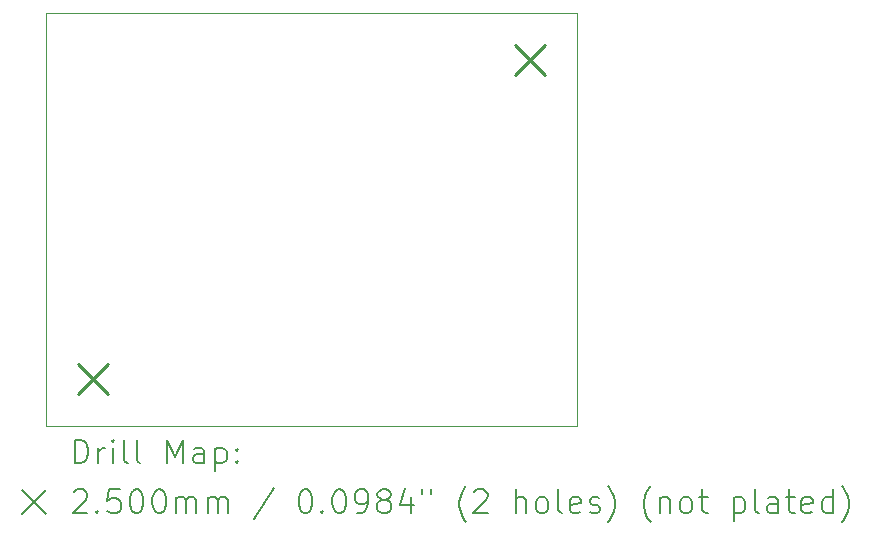
<source format=gbr>
%TF.GenerationSoftware,KiCad,Pcbnew,7.0.1*%
%TF.CreationDate,2023-04-10T15:17:27+02:00*%
%TF.ProjectId,LightingNodeProV2,4c696768-7469-46e6-974e-6f646550726f,rev?*%
%TF.SameCoordinates,Original*%
%TF.FileFunction,Drillmap*%
%TF.FilePolarity,Positive*%
%FSLAX45Y45*%
G04 Gerber Fmt 4.5, Leading zero omitted, Abs format (unit mm)*
G04 Created by KiCad (PCBNEW 7.0.1) date 2023-04-10 15:17:27*
%MOMM*%
%LPD*%
G01*
G04 APERTURE LIST*
%ADD10C,0.050000*%
%ADD11C,0.200000*%
%ADD12C,0.250000*%
G04 APERTURE END LIST*
D10*
X16692000Y-11068000D02*
X16692000Y-7568000D01*
X16692000Y-11068000D02*
X12192000Y-11068000D01*
X16692000Y-7568000D02*
X12192000Y-7568000D01*
X12192000Y-11068000D02*
X12192000Y-7568000D01*
D11*
D12*
X12467000Y-10543000D02*
X12717000Y-10793000D01*
X12717000Y-10543000D02*
X12467000Y-10793000D01*
X16167000Y-7843000D02*
X16417000Y-8093000D01*
X16417000Y-7843000D02*
X16167000Y-8093000D01*
D11*
X12437119Y-11383024D02*
X12437119Y-11183024D01*
X12437119Y-11183024D02*
X12484738Y-11183024D01*
X12484738Y-11183024D02*
X12513309Y-11192548D01*
X12513309Y-11192548D02*
X12532357Y-11211595D01*
X12532357Y-11211595D02*
X12541881Y-11230643D01*
X12541881Y-11230643D02*
X12551405Y-11268738D01*
X12551405Y-11268738D02*
X12551405Y-11297309D01*
X12551405Y-11297309D02*
X12541881Y-11335405D01*
X12541881Y-11335405D02*
X12532357Y-11354452D01*
X12532357Y-11354452D02*
X12513309Y-11373500D01*
X12513309Y-11373500D02*
X12484738Y-11383024D01*
X12484738Y-11383024D02*
X12437119Y-11383024D01*
X12637119Y-11383024D02*
X12637119Y-11249690D01*
X12637119Y-11287786D02*
X12646643Y-11268738D01*
X12646643Y-11268738D02*
X12656167Y-11259214D01*
X12656167Y-11259214D02*
X12675214Y-11249690D01*
X12675214Y-11249690D02*
X12694262Y-11249690D01*
X12760928Y-11383024D02*
X12760928Y-11249690D01*
X12760928Y-11183024D02*
X12751405Y-11192548D01*
X12751405Y-11192548D02*
X12760928Y-11202071D01*
X12760928Y-11202071D02*
X12770452Y-11192548D01*
X12770452Y-11192548D02*
X12760928Y-11183024D01*
X12760928Y-11183024D02*
X12760928Y-11202071D01*
X12884738Y-11383024D02*
X12865690Y-11373500D01*
X12865690Y-11373500D02*
X12856167Y-11354452D01*
X12856167Y-11354452D02*
X12856167Y-11183024D01*
X12989500Y-11383024D02*
X12970452Y-11373500D01*
X12970452Y-11373500D02*
X12960928Y-11354452D01*
X12960928Y-11354452D02*
X12960928Y-11183024D01*
X13218071Y-11383024D02*
X13218071Y-11183024D01*
X13218071Y-11183024D02*
X13284738Y-11325881D01*
X13284738Y-11325881D02*
X13351405Y-11183024D01*
X13351405Y-11183024D02*
X13351405Y-11383024D01*
X13532357Y-11383024D02*
X13532357Y-11278262D01*
X13532357Y-11278262D02*
X13522833Y-11259214D01*
X13522833Y-11259214D02*
X13503786Y-11249690D01*
X13503786Y-11249690D02*
X13465690Y-11249690D01*
X13465690Y-11249690D02*
X13446643Y-11259214D01*
X13532357Y-11373500D02*
X13513309Y-11383024D01*
X13513309Y-11383024D02*
X13465690Y-11383024D01*
X13465690Y-11383024D02*
X13446643Y-11373500D01*
X13446643Y-11373500D02*
X13437119Y-11354452D01*
X13437119Y-11354452D02*
X13437119Y-11335405D01*
X13437119Y-11335405D02*
X13446643Y-11316357D01*
X13446643Y-11316357D02*
X13465690Y-11306833D01*
X13465690Y-11306833D02*
X13513309Y-11306833D01*
X13513309Y-11306833D02*
X13532357Y-11297309D01*
X13627595Y-11249690D02*
X13627595Y-11449690D01*
X13627595Y-11259214D02*
X13646643Y-11249690D01*
X13646643Y-11249690D02*
X13684738Y-11249690D01*
X13684738Y-11249690D02*
X13703786Y-11259214D01*
X13703786Y-11259214D02*
X13713309Y-11268738D01*
X13713309Y-11268738D02*
X13722833Y-11287786D01*
X13722833Y-11287786D02*
X13722833Y-11344928D01*
X13722833Y-11344928D02*
X13713309Y-11363976D01*
X13713309Y-11363976D02*
X13703786Y-11373500D01*
X13703786Y-11373500D02*
X13684738Y-11383024D01*
X13684738Y-11383024D02*
X13646643Y-11383024D01*
X13646643Y-11383024D02*
X13627595Y-11373500D01*
X13808548Y-11363976D02*
X13818071Y-11373500D01*
X13818071Y-11373500D02*
X13808548Y-11383024D01*
X13808548Y-11383024D02*
X13799024Y-11373500D01*
X13799024Y-11373500D02*
X13808548Y-11363976D01*
X13808548Y-11363976D02*
X13808548Y-11383024D01*
X13808548Y-11259214D02*
X13818071Y-11268738D01*
X13818071Y-11268738D02*
X13808548Y-11278262D01*
X13808548Y-11278262D02*
X13799024Y-11268738D01*
X13799024Y-11268738D02*
X13808548Y-11259214D01*
X13808548Y-11259214D02*
X13808548Y-11278262D01*
X11989500Y-11610500D02*
X12189500Y-11810500D01*
X12189500Y-11610500D02*
X11989500Y-11810500D01*
X12427595Y-11622071D02*
X12437119Y-11612548D01*
X12437119Y-11612548D02*
X12456167Y-11603024D01*
X12456167Y-11603024D02*
X12503786Y-11603024D01*
X12503786Y-11603024D02*
X12522833Y-11612548D01*
X12522833Y-11612548D02*
X12532357Y-11622071D01*
X12532357Y-11622071D02*
X12541881Y-11641119D01*
X12541881Y-11641119D02*
X12541881Y-11660167D01*
X12541881Y-11660167D02*
X12532357Y-11688738D01*
X12532357Y-11688738D02*
X12418071Y-11803024D01*
X12418071Y-11803024D02*
X12541881Y-11803024D01*
X12627595Y-11783976D02*
X12637119Y-11793500D01*
X12637119Y-11793500D02*
X12627595Y-11803024D01*
X12627595Y-11803024D02*
X12618071Y-11793500D01*
X12618071Y-11793500D02*
X12627595Y-11783976D01*
X12627595Y-11783976D02*
X12627595Y-11803024D01*
X12818071Y-11603024D02*
X12722833Y-11603024D01*
X12722833Y-11603024D02*
X12713309Y-11698262D01*
X12713309Y-11698262D02*
X12722833Y-11688738D01*
X12722833Y-11688738D02*
X12741881Y-11679214D01*
X12741881Y-11679214D02*
X12789500Y-11679214D01*
X12789500Y-11679214D02*
X12808548Y-11688738D01*
X12808548Y-11688738D02*
X12818071Y-11698262D01*
X12818071Y-11698262D02*
X12827595Y-11717309D01*
X12827595Y-11717309D02*
X12827595Y-11764928D01*
X12827595Y-11764928D02*
X12818071Y-11783976D01*
X12818071Y-11783976D02*
X12808548Y-11793500D01*
X12808548Y-11793500D02*
X12789500Y-11803024D01*
X12789500Y-11803024D02*
X12741881Y-11803024D01*
X12741881Y-11803024D02*
X12722833Y-11793500D01*
X12722833Y-11793500D02*
X12713309Y-11783976D01*
X12951405Y-11603024D02*
X12970452Y-11603024D01*
X12970452Y-11603024D02*
X12989500Y-11612548D01*
X12989500Y-11612548D02*
X12999024Y-11622071D01*
X12999024Y-11622071D02*
X13008548Y-11641119D01*
X13008548Y-11641119D02*
X13018071Y-11679214D01*
X13018071Y-11679214D02*
X13018071Y-11726833D01*
X13018071Y-11726833D02*
X13008548Y-11764928D01*
X13008548Y-11764928D02*
X12999024Y-11783976D01*
X12999024Y-11783976D02*
X12989500Y-11793500D01*
X12989500Y-11793500D02*
X12970452Y-11803024D01*
X12970452Y-11803024D02*
X12951405Y-11803024D01*
X12951405Y-11803024D02*
X12932357Y-11793500D01*
X12932357Y-11793500D02*
X12922833Y-11783976D01*
X12922833Y-11783976D02*
X12913309Y-11764928D01*
X12913309Y-11764928D02*
X12903786Y-11726833D01*
X12903786Y-11726833D02*
X12903786Y-11679214D01*
X12903786Y-11679214D02*
X12913309Y-11641119D01*
X12913309Y-11641119D02*
X12922833Y-11622071D01*
X12922833Y-11622071D02*
X12932357Y-11612548D01*
X12932357Y-11612548D02*
X12951405Y-11603024D01*
X13141881Y-11603024D02*
X13160929Y-11603024D01*
X13160929Y-11603024D02*
X13179976Y-11612548D01*
X13179976Y-11612548D02*
X13189500Y-11622071D01*
X13189500Y-11622071D02*
X13199024Y-11641119D01*
X13199024Y-11641119D02*
X13208548Y-11679214D01*
X13208548Y-11679214D02*
X13208548Y-11726833D01*
X13208548Y-11726833D02*
X13199024Y-11764928D01*
X13199024Y-11764928D02*
X13189500Y-11783976D01*
X13189500Y-11783976D02*
X13179976Y-11793500D01*
X13179976Y-11793500D02*
X13160929Y-11803024D01*
X13160929Y-11803024D02*
X13141881Y-11803024D01*
X13141881Y-11803024D02*
X13122833Y-11793500D01*
X13122833Y-11793500D02*
X13113309Y-11783976D01*
X13113309Y-11783976D02*
X13103786Y-11764928D01*
X13103786Y-11764928D02*
X13094262Y-11726833D01*
X13094262Y-11726833D02*
X13094262Y-11679214D01*
X13094262Y-11679214D02*
X13103786Y-11641119D01*
X13103786Y-11641119D02*
X13113309Y-11622071D01*
X13113309Y-11622071D02*
X13122833Y-11612548D01*
X13122833Y-11612548D02*
X13141881Y-11603024D01*
X13294262Y-11803024D02*
X13294262Y-11669690D01*
X13294262Y-11688738D02*
X13303786Y-11679214D01*
X13303786Y-11679214D02*
X13322833Y-11669690D01*
X13322833Y-11669690D02*
X13351405Y-11669690D01*
X13351405Y-11669690D02*
X13370452Y-11679214D01*
X13370452Y-11679214D02*
X13379976Y-11698262D01*
X13379976Y-11698262D02*
X13379976Y-11803024D01*
X13379976Y-11698262D02*
X13389500Y-11679214D01*
X13389500Y-11679214D02*
X13408548Y-11669690D01*
X13408548Y-11669690D02*
X13437119Y-11669690D01*
X13437119Y-11669690D02*
X13456167Y-11679214D01*
X13456167Y-11679214D02*
X13465690Y-11698262D01*
X13465690Y-11698262D02*
X13465690Y-11803024D01*
X13560929Y-11803024D02*
X13560929Y-11669690D01*
X13560929Y-11688738D02*
X13570452Y-11679214D01*
X13570452Y-11679214D02*
X13589500Y-11669690D01*
X13589500Y-11669690D02*
X13618071Y-11669690D01*
X13618071Y-11669690D02*
X13637119Y-11679214D01*
X13637119Y-11679214D02*
X13646643Y-11698262D01*
X13646643Y-11698262D02*
X13646643Y-11803024D01*
X13646643Y-11698262D02*
X13656167Y-11679214D01*
X13656167Y-11679214D02*
X13675214Y-11669690D01*
X13675214Y-11669690D02*
X13703786Y-11669690D01*
X13703786Y-11669690D02*
X13722833Y-11679214D01*
X13722833Y-11679214D02*
X13732357Y-11698262D01*
X13732357Y-11698262D02*
X13732357Y-11803024D01*
X14122833Y-11593500D02*
X13951405Y-11850643D01*
X14379976Y-11603024D02*
X14399024Y-11603024D01*
X14399024Y-11603024D02*
X14418072Y-11612548D01*
X14418072Y-11612548D02*
X14427595Y-11622071D01*
X14427595Y-11622071D02*
X14437119Y-11641119D01*
X14437119Y-11641119D02*
X14446643Y-11679214D01*
X14446643Y-11679214D02*
X14446643Y-11726833D01*
X14446643Y-11726833D02*
X14437119Y-11764928D01*
X14437119Y-11764928D02*
X14427595Y-11783976D01*
X14427595Y-11783976D02*
X14418072Y-11793500D01*
X14418072Y-11793500D02*
X14399024Y-11803024D01*
X14399024Y-11803024D02*
X14379976Y-11803024D01*
X14379976Y-11803024D02*
X14360929Y-11793500D01*
X14360929Y-11793500D02*
X14351405Y-11783976D01*
X14351405Y-11783976D02*
X14341881Y-11764928D01*
X14341881Y-11764928D02*
X14332357Y-11726833D01*
X14332357Y-11726833D02*
X14332357Y-11679214D01*
X14332357Y-11679214D02*
X14341881Y-11641119D01*
X14341881Y-11641119D02*
X14351405Y-11622071D01*
X14351405Y-11622071D02*
X14360929Y-11612548D01*
X14360929Y-11612548D02*
X14379976Y-11603024D01*
X14532357Y-11783976D02*
X14541881Y-11793500D01*
X14541881Y-11793500D02*
X14532357Y-11803024D01*
X14532357Y-11803024D02*
X14522833Y-11793500D01*
X14522833Y-11793500D02*
X14532357Y-11783976D01*
X14532357Y-11783976D02*
X14532357Y-11803024D01*
X14665691Y-11603024D02*
X14684738Y-11603024D01*
X14684738Y-11603024D02*
X14703786Y-11612548D01*
X14703786Y-11612548D02*
X14713310Y-11622071D01*
X14713310Y-11622071D02*
X14722833Y-11641119D01*
X14722833Y-11641119D02*
X14732357Y-11679214D01*
X14732357Y-11679214D02*
X14732357Y-11726833D01*
X14732357Y-11726833D02*
X14722833Y-11764928D01*
X14722833Y-11764928D02*
X14713310Y-11783976D01*
X14713310Y-11783976D02*
X14703786Y-11793500D01*
X14703786Y-11793500D02*
X14684738Y-11803024D01*
X14684738Y-11803024D02*
X14665691Y-11803024D01*
X14665691Y-11803024D02*
X14646643Y-11793500D01*
X14646643Y-11793500D02*
X14637119Y-11783976D01*
X14637119Y-11783976D02*
X14627595Y-11764928D01*
X14627595Y-11764928D02*
X14618072Y-11726833D01*
X14618072Y-11726833D02*
X14618072Y-11679214D01*
X14618072Y-11679214D02*
X14627595Y-11641119D01*
X14627595Y-11641119D02*
X14637119Y-11622071D01*
X14637119Y-11622071D02*
X14646643Y-11612548D01*
X14646643Y-11612548D02*
X14665691Y-11603024D01*
X14827595Y-11803024D02*
X14865691Y-11803024D01*
X14865691Y-11803024D02*
X14884738Y-11793500D01*
X14884738Y-11793500D02*
X14894262Y-11783976D01*
X14894262Y-11783976D02*
X14913310Y-11755405D01*
X14913310Y-11755405D02*
X14922833Y-11717309D01*
X14922833Y-11717309D02*
X14922833Y-11641119D01*
X14922833Y-11641119D02*
X14913310Y-11622071D01*
X14913310Y-11622071D02*
X14903786Y-11612548D01*
X14903786Y-11612548D02*
X14884738Y-11603024D01*
X14884738Y-11603024D02*
X14846643Y-11603024D01*
X14846643Y-11603024D02*
X14827595Y-11612548D01*
X14827595Y-11612548D02*
X14818072Y-11622071D01*
X14818072Y-11622071D02*
X14808548Y-11641119D01*
X14808548Y-11641119D02*
X14808548Y-11688738D01*
X14808548Y-11688738D02*
X14818072Y-11707786D01*
X14818072Y-11707786D02*
X14827595Y-11717309D01*
X14827595Y-11717309D02*
X14846643Y-11726833D01*
X14846643Y-11726833D02*
X14884738Y-11726833D01*
X14884738Y-11726833D02*
X14903786Y-11717309D01*
X14903786Y-11717309D02*
X14913310Y-11707786D01*
X14913310Y-11707786D02*
X14922833Y-11688738D01*
X15037119Y-11688738D02*
X15018072Y-11679214D01*
X15018072Y-11679214D02*
X15008548Y-11669690D01*
X15008548Y-11669690D02*
X14999024Y-11650643D01*
X14999024Y-11650643D02*
X14999024Y-11641119D01*
X14999024Y-11641119D02*
X15008548Y-11622071D01*
X15008548Y-11622071D02*
X15018072Y-11612548D01*
X15018072Y-11612548D02*
X15037119Y-11603024D01*
X15037119Y-11603024D02*
X15075214Y-11603024D01*
X15075214Y-11603024D02*
X15094262Y-11612548D01*
X15094262Y-11612548D02*
X15103786Y-11622071D01*
X15103786Y-11622071D02*
X15113310Y-11641119D01*
X15113310Y-11641119D02*
X15113310Y-11650643D01*
X15113310Y-11650643D02*
X15103786Y-11669690D01*
X15103786Y-11669690D02*
X15094262Y-11679214D01*
X15094262Y-11679214D02*
X15075214Y-11688738D01*
X15075214Y-11688738D02*
X15037119Y-11688738D01*
X15037119Y-11688738D02*
X15018072Y-11698262D01*
X15018072Y-11698262D02*
X15008548Y-11707786D01*
X15008548Y-11707786D02*
X14999024Y-11726833D01*
X14999024Y-11726833D02*
X14999024Y-11764928D01*
X14999024Y-11764928D02*
X15008548Y-11783976D01*
X15008548Y-11783976D02*
X15018072Y-11793500D01*
X15018072Y-11793500D02*
X15037119Y-11803024D01*
X15037119Y-11803024D02*
X15075214Y-11803024D01*
X15075214Y-11803024D02*
X15094262Y-11793500D01*
X15094262Y-11793500D02*
X15103786Y-11783976D01*
X15103786Y-11783976D02*
X15113310Y-11764928D01*
X15113310Y-11764928D02*
X15113310Y-11726833D01*
X15113310Y-11726833D02*
X15103786Y-11707786D01*
X15103786Y-11707786D02*
X15094262Y-11698262D01*
X15094262Y-11698262D02*
X15075214Y-11688738D01*
X15284738Y-11669690D02*
X15284738Y-11803024D01*
X15237119Y-11593500D02*
X15189500Y-11736357D01*
X15189500Y-11736357D02*
X15313310Y-11736357D01*
X15379976Y-11603024D02*
X15379976Y-11641119D01*
X15456167Y-11603024D02*
X15456167Y-11641119D01*
X15751405Y-11879214D02*
X15741881Y-11869690D01*
X15741881Y-11869690D02*
X15722834Y-11841119D01*
X15722834Y-11841119D02*
X15713310Y-11822071D01*
X15713310Y-11822071D02*
X15703786Y-11793500D01*
X15703786Y-11793500D02*
X15694262Y-11745881D01*
X15694262Y-11745881D02*
X15694262Y-11707786D01*
X15694262Y-11707786D02*
X15703786Y-11660167D01*
X15703786Y-11660167D02*
X15713310Y-11631595D01*
X15713310Y-11631595D02*
X15722834Y-11612548D01*
X15722834Y-11612548D02*
X15741881Y-11583976D01*
X15741881Y-11583976D02*
X15751405Y-11574452D01*
X15818072Y-11622071D02*
X15827595Y-11612548D01*
X15827595Y-11612548D02*
X15846643Y-11603024D01*
X15846643Y-11603024D02*
X15894262Y-11603024D01*
X15894262Y-11603024D02*
X15913310Y-11612548D01*
X15913310Y-11612548D02*
X15922834Y-11622071D01*
X15922834Y-11622071D02*
X15932357Y-11641119D01*
X15932357Y-11641119D02*
X15932357Y-11660167D01*
X15932357Y-11660167D02*
X15922834Y-11688738D01*
X15922834Y-11688738D02*
X15808548Y-11803024D01*
X15808548Y-11803024D02*
X15932357Y-11803024D01*
X16170453Y-11803024D02*
X16170453Y-11603024D01*
X16256167Y-11803024D02*
X16256167Y-11698262D01*
X16256167Y-11698262D02*
X16246643Y-11679214D01*
X16246643Y-11679214D02*
X16227596Y-11669690D01*
X16227596Y-11669690D02*
X16199024Y-11669690D01*
X16199024Y-11669690D02*
X16179976Y-11679214D01*
X16179976Y-11679214D02*
X16170453Y-11688738D01*
X16379976Y-11803024D02*
X16360929Y-11793500D01*
X16360929Y-11793500D02*
X16351405Y-11783976D01*
X16351405Y-11783976D02*
X16341881Y-11764928D01*
X16341881Y-11764928D02*
X16341881Y-11707786D01*
X16341881Y-11707786D02*
X16351405Y-11688738D01*
X16351405Y-11688738D02*
X16360929Y-11679214D01*
X16360929Y-11679214D02*
X16379976Y-11669690D01*
X16379976Y-11669690D02*
X16408548Y-11669690D01*
X16408548Y-11669690D02*
X16427596Y-11679214D01*
X16427596Y-11679214D02*
X16437119Y-11688738D01*
X16437119Y-11688738D02*
X16446643Y-11707786D01*
X16446643Y-11707786D02*
X16446643Y-11764928D01*
X16446643Y-11764928D02*
X16437119Y-11783976D01*
X16437119Y-11783976D02*
X16427596Y-11793500D01*
X16427596Y-11793500D02*
X16408548Y-11803024D01*
X16408548Y-11803024D02*
X16379976Y-11803024D01*
X16560929Y-11803024D02*
X16541881Y-11793500D01*
X16541881Y-11793500D02*
X16532357Y-11774452D01*
X16532357Y-11774452D02*
X16532357Y-11603024D01*
X16713310Y-11793500D02*
X16694262Y-11803024D01*
X16694262Y-11803024D02*
X16656167Y-11803024D01*
X16656167Y-11803024D02*
X16637119Y-11793500D01*
X16637119Y-11793500D02*
X16627596Y-11774452D01*
X16627596Y-11774452D02*
X16627596Y-11698262D01*
X16627596Y-11698262D02*
X16637119Y-11679214D01*
X16637119Y-11679214D02*
X16656167Y-11669690D01*
X16656167Y-11669690D02*
X16694262Y-11669690D01*
X16694262Y-11669690D02*
X16713310Y-11679214D01*
X16713310Y-11679214D02*
X16722834Y-11698262D01*
X16722834Y-11698262D02*
X16722834Y-11717309D01*
X16722834Y-11717309D02*
X16627596Y-11736357D01*
X16799024Y-11793500D02*
X16818072Y-11803024D01*
X16818072Y-11803024D02*
X16856167Y-11803024D01*
X16856167Y-11803024D02*
X16875215Y-11793500D01*
X16875215Y-11793500D02*
X16884739Y-11774452D01*
X16884739Y-11774452D02*
X16884739Y-11764928D01*
X16884739Y-11764928D02*
X16875215Y-11745881D01*
X16875215Y-11745881D02*
X16856167Y-11736357D01*
X16856167Y-11736357D02*
X16827596Y-11736357D01*
X16827596Y-11736357D02*
X16808548Y-11726833D01*
X16808548Y-11726833D02*
X16799024Y-11707786D01*
X16799024Y-11707786D02*
X16799024Y-11698262D01*
X16799024Y-11698262D02*
X16808548Y-11679214D01*
X16808548Y-11679214D02*
X16827596Y-11669690D01*
X16827596Y-11669690D02*
X16856167Y-11669690D01*
X16856167Y-11669690D02*
X16875215Y-11679214D01*
X16951405Y-11879214D02*
X16960929Y-11869690D01*
X16960929Y-11869690D02*
X16979977Y-11841119D01*
X16979977Y-11841119D02*
X16989500Y-11822071D01*
X16989500Y-11822071D02*
X16999024Y-11793500D01*
X16999024Y-11793500D02*
X17008548Y-11745881D01*
X17008548Y-11745881D02*
X17008548Y-11707786D01*
X17008548Y-11707786D02*
X16999024Y-11660167D01*
X16999024Y-11660167D02*
X16989500Y-11631595D01*
X16989500Y-11631595D02*
X16979977Y-11612548D01*
X16979977Y-11612548D02*
X16960929Y-11583976D01*
X16960929Y-11583976D02*
X16951405Y-11574452D01*
X17313310Y-11879214D02*
X17303786Y-11869690D01*
X17303786Y-11869690D02*
X17284739Y-11841119D01*
X17284739Y-11841119D02*
X17275215Y-11822071D01*
X17275215Y-11822071D02*
X17265691Y-11793500D01*
X17265691Y-11793500D02*
X17256167Y-11745881D01*
X17256167Y-11745881D02*
X17256167Y-11707786D01*
X17256167Y-11707786D02*
X17265691Y-11660167D01*
X17265691Y-11660167D02*
X17275215Y-11631595D01*
X17275215Y-11631595D02*
X17284739Y-11612548D01*
X17284739Y-11612548D02*
X17303786Y-11583976D01*
X17303786Y-11583976D02*
X17313310Y-11574452D01*
X17389500Y-11669690D02*
X17389500Y-11803024D01*
X17389500Y-11688738D02*
X17399024Y-11679214D01*
X17399024Y-11679214D02*
X17418072Y-11669690D01*
X17418072Y-11669690D02*
X17446643Y-11669690D01*
X17446643Y-11669690D02*
X17465691Y-11679214D01*
X17465691Y-11679214D02*
X17475215Y-11698262D01*
X17475215Y-11698262D02*
X17475215Y-11803024D01*
X17599024Y-11803024D02*
X17579977Y-11793500D01*
X17579977Y-11793500D02*
X17570453Y-11783976D01*
X17570453Y-11783976D02*
X17560929Y-11764928D01*
X17560929Y-11764928D02*
X17560929Y-11707786D01*
X17560929Y-11707786D02*
X17570453Y-11688738D01*
X17570453Y-11688738D02*
X17579977Y-11679214D01*
X17579977Y-11679214D02*
X17599024Y-11669690D01*
X17599024Y-11669690D02*
X17627596Y-11669690D01*
X17627596Y-11669690D02*
X17646643Y-11679214D01*
X17646643Y-11679214D02*
X17656167Y-11688738D01*
X17656167Y-11688738D02*
X17665691Y-11707786D01*
X17665691Y-11707786D02*
X17665691Y-11764928D01*
X17665691Y-11764928D02*
X17656167Y-11783976D01*
X17656167Y-11783976D02*
X17646643Y-11793500D01*
X17646643Y-11793500D02*
X17627596Y-11803024D01*
X17627596Y-11803024D02*
X17599024Y-11803024D01*
X17722834Y-11669690D02*
X17799024Y-11669690D01*
X17751405Y-11603024D02*
X17751405Y-11774452D01*
X17751405Y-11774452D02*
X17760929Y-11793500D01*
X17760929Y-11793500D02*
X17779977Y-11803024D01*
X17779977Y-11803024D02*
X17799024Y-11803024D01*
X18018072Y-11669690D02*
X18018072Y-11869690D01*
X18018072Y-11679214D02*
X18037120Y-11669690D01*
X18037120Y-11669690D02*
X18075215Y-11669690D01*
X18075215Y-11669690D02*
X18094262Y-11679214D01*
X18094262Y-11679214D02*
X18103786Y-11688738D01*
X18103786Y-11688738D02*
X18113310Y-11707786D01*
X18113310Y-11707786D02*
X18113310Y-11764928D01*
X18113310Y-11764928D02*
X18103786Y-11783976D01*
X18103786Y-11783976D02*
X18094262Y-11793500D01*
X18094262Y-11793500D02*
X18075215Y-11803024D01*
X18075215Y-11803024D02*
X18037120Y-11803024D01*
X18037120Y-11803024D02*
X18018072Y-11793500D01*
X18227596Y-11803024D02*
X18208548Y-11793500D01*
X18208548Y-11793500D02*
X18199024Y-11774452D01*
X18199024Y-11774452D02*
X18199024Y-11603024D01*
X18389501Y-11803024D02*
X18389501Y-11698262D01*
X18389501Y-11698262D02*
X18379977Y-11679214D01*
X18379977Y-11679214D02*
X18360929Y-11669690D01*
X18360929Y-11669690D02*
X18322834Y-11669690D01*
X18322834Y-11669690D02*
X18303786Y-11679214D01*
X18389501Y-11793500D02*
X18370453Y-11803024D01*
X18370453Y-11803024D02*
X18322834Y-11803024D01*
X18322834Y-11803024D02*
X18303786Y-11793500D01*
X18303786Y-11793500D02*
X18294262Y-11774452D01*
X18294262Y-11774452D02*
X18294262Y-11755405D01*
X18294262Y-11755405D02*
X18303786Y-11736357D01*
X18303786Y-11736357D02*
X18322834Y-11726833D01*
X18322834Y-11726833D02*
X18370453Y-11726833D01*
X18370453Y-11726833D02*
X18389501Y-11717309D01*
X18456167Y-11669690D02*
X18532358Y-11669690D01*
X18484739Y-11603024D02*
X18484739Y-11774452D01*
X18484739Y-11774452D02*
X18494262Y-11793500D01*
X18494262Y-11793500D02*
X18513310Y-11803024D01*
X18513310Y-11803024D02*
X18532358Y-11803024D01*
X18675215Y-11793500D02*
X18656167Y-11803024D01*
X18656167Y-11803024D02*
X18618072Y-11803024D01*
X18618072Y-11803024D02*
X18599024Y-11793500D01*
X18599024Y-11793500D02*
X18589501Y-11774452D01*
X18589501Y-11774452D02*
X18589501Y-11698262D01*
X18589501Y-11698262D02*
X18599024Y-11679214D01*
X18599024Y-11679214D02*
X18618072Y-11669690D01*
X18618072Y-11669690D02*
X18656167Y-11669690D01*
X18656167Y-11669690D02*
X18675215Y-11679214D01*
X18675215Y-11679214D02*
X18684739Y-11698262D01*
X18684739Y-11698262D02*
X18684739Y-11717309D01*
X18684739Y-11717309D02*
X18589501Y-11736357D01*
X18856167Y-11803024D02*
X18856167Y-11603024D01*
X18856167Y-11793500D02*
X18837120Y-11803024D01*
X18837120Y-11803024D02*
X18799024Y-11803024D01*
X18799024Y-11803024D02*
X18779977Y-11793500D01*
X18779977Y-11793500D02*
X18770453Y-11783976D01*
X18770453Y-11783976D02*
X18760929Y-11764928D01*
X18760929Y-11764928D02*
X18760929Y-11707786D01*
X18760929Y-11707786D02*
X18770453Y-11688738D01*
X18770453Y-11688738D02*
X18779977Y-11679214D01*
X18779977Y-11679214D02*
X18799024Y-11669690D01*
X18799024Y-11669690D02*
X18837120Y-11669690D01*
X18837120Y-11669690D02*
X18856167Y-11679214D01*
X18932358Y-11879214D02*
X18941882Y-11869690D01*
X18941882Y-11869690D02*
X18960929Y-11841119D01*
X18960929Y-11841119D02*
X18970453Y-11822071D01*
X18970453Y-11822071D02*
X18979977Y-11793500D01*
X18979977Y-11793500D02*
X18989501Y-11745881D01*
X18989501Y-11745881D02*
X18989501Y-11707786D01*
X18989501Y-11707786D02*
X18979977Y-11660167D01*
X18979977Y-11660167D02*
X18970453Y-11631595D01*
X18970453Y-11631595D02*
X18960929Y-11612548D01*
X18960929Y-11612548D02*
X18941882Y-11583976D01*
X18941882Y-11583976D02*
X18932358Y-11574452D01*
M02*

</source>
